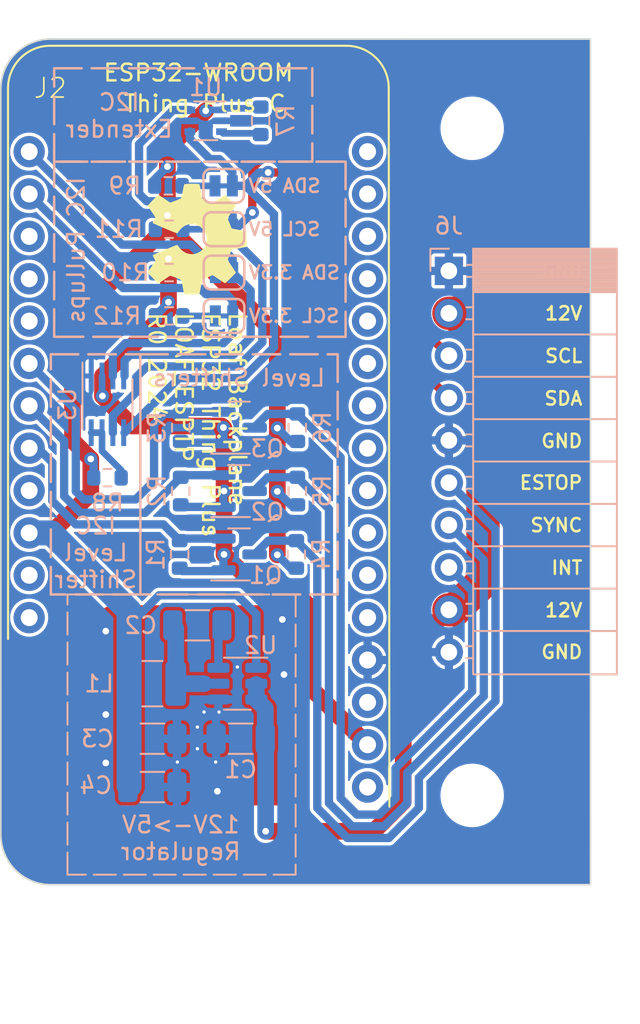
<source format=kicad_pcb>
(kicad_pcb (version 20221018) (generator pcbnew)
  (layers (0 "F.Cu" signal) (31 "B.Cu" signal) (34 "B.Paste" user) (35 "F.Paste" user) (36 "B.SilkS" user "B.Silkscreen") (37 "F.SilkS" user "F.Silkscreen") (38 "B.Mask" user) (39 "F.Mask" user) (44 "Edge.Cuts" user))
  (net 0 "")
  (net 1 "GND")
  (net 2 "+12V")
  (net 3 "Net-(U2-SW)")
  (net 4 "Net-(U2-BST)")
  (net 5 "+5V")
  (net 6 "/SCL_5V")
  (net 7 "/SDA_5V")
  (net 8 "/E_STOP_5V")
  (net 9 "/INT_5V")
  (net 10 "/SYNC_5V")
  (net 11 "/SDA_3.3V")
  (net 12 "/SCL_3.3V")
  (net 13 "/04_3.3V")
  (net 14 "/06_3.3V")
  (net 15 "/08_3.3V")
  (net 16 "/SYNC_3.3V")
  (net 17 "/INT_3.3V")
  (net 18 "/E_STOP_3.3V")
  (net 19 "/LED_3.3V")
  (net 20 "/TX_3.3V")
  (net 21 "/RX_3.3V")
  (net 22 "/POCI_3.3V")
  (net 23 "/PICO_3.3V")
  (net 24 "/SCK_3.3V")
  (net 25 "/A5_3.3V")
  (net 26 "/A4_3.3V")
  (net 27 "/A3_3.3V")
  (net 28 "/A2_3.3V")
  (net 29 "/A1_3.3V")
  (net 30 "/A0_3.3V")
  (net 31 "+3.3V")
  (net 32 "Net-(JP1-A)")
  (net 33 "Net-(JP2-A)")
  (net 34 "Net-(JP3-A)")
  (net 35 "Net-(JP4-A)")
  (net 36 "Net-(U3-EN)")
  (net 37 "Net-(U1-ENABLE)")
  (footprint "Symbol:OSHW-Symbol_6.7x6mm_SilkScreen" (layer "F.Cu") (at 64.772845 84.984525 -90)
    (fp_text reference "Logo1" hide)
    (fp_text value "Logo_Open_Hardware_Small" hide)
  )
  (footprint "SparkFun-RF:ESP_THING_PLUS" (layer "F.Cu") (at 53.43 131.82)
    (fp_text reference "J2" (at 2.54 -55.88) (layer "F.SilkS") (effects (font (size 1.1684 1.1684) (thickness 0.1016))))
    (fp_text value "THING_PLUS_LOGICAL")
    (fp_text user "ESP32-WROOM" (at 11.43 -56.8 unlocked) (layer "F.SilkS"))
    (fp_text user " Thing Plus C" (at 11.43 -54.95 unlocked) (layer "F.SilkS"))
    (pad "1" thru_hole circle (at 1.27 -52.07) (size 1.8796 1.8796) (drill 1.016) (layers "*.Cu" "*.Mask") (net 11 "/SDA_3.3V"))
    (pad "2" thru_hole circle (at 1.27 -49.53) (size 1.8796 1.8796) (drill 1.016) (layers "*.Cu" "*.Mask") (net 12 "/SCL_3.3V"))
    (pad "3" thru_hole circle (at 1.27 -46.99) (size 1.8796 1.8796) (drill 1.016) (layers "*.Cu" "*.Mask") (net 13 "/04_3.3V"))
    (pad "4" thru_hole circle (at 1.27 -44.45) (size 1.8796 1.8796) (drill 1.016) (layers "*.Cu" "*.Mask") (net 14 "/06_3.3V"))
    (pad "5" thru_hole circle (at 1.27 -41.91) (size 1.8796 1.8796) (drill 1.016) (layers "*.Cu" "*.Mask") (net 15 "/08_3.3V"))
    (pad "6" thru_hole circle (at 1.27 -39.37) (size 1.8796 1.8796) (drill 1.016) (layers "*.Cu" "*.Mask") (net 16 "/SYNC_3.3V"))
    (pad "7" thru_hole circle (at 1.27 -36.83) (size 1.8796 1.8796) (drill 1.016) (layers "*.Cu" "*.Mask") (net 17 "/INT_3.3V"))
    (pad "8" thru_hole circle (at 1.27 -34.29) (size 1.8796 1.8796) (drill 1.016) (layers "*.Cu" "*.Mask") (net 18 "/E_STOP_3.3V"))
    (pad "9" thru_hole circle (at 1.27 -31.75) (size 1.8796 1.8796) (drill 1.016) (layers "*.Cu" "*.Mask") (net 19 "/LED_3.3V"))
    (pad "10" thru_hole circle (at 1.27 -29.21) (size 1.8796 1.8796) (drill 1.016) (layers "*.Cu" "*.Mask") (net 5 "+5V"))
    (pad "11" thru_hole circle (at 1.27 -26.67) (size 1.8796 1.8796) (drill 1.016) (layers "*.Cu" "*.Mask"))
    (pad "12" thru_hole circle (at 1.27 -24.13) (size 1.8796 1.8796) (drill 1.016) (layers "*.Cu" "*.Mask"))
    (pad "13" thru_hole circle (at 21.59 -52.07) (size 1.8796 1.8796) (drill 1.016) (layers "*.Cu" "*.Mask"))
    (pad "14" thru_hole circle (at 21.59 -49.53) (size 1.8796 1.8796) (drill 1.016) (layers "*.Cu" "*.Mask") (net 20 "/TX_3.3V"))
    (pad "15" thru_hole circle (at 21.59 -46.99) (size 1.8796 1.8796) (drill 1.016) (layers "*.Cu" "*.Mask") (net 21 "/RX_3.3V"))
    (pad "16" thru_hole circle (at 21.59 -44.45) (size 1.8796 1.8796) (drill 1.016) (layers "*.Cu" "*.Mask") (net 22 "/POCI_3.3V"))
    (pad "17" thru_hole circle (at 21.59 -41.91) (size 1.8796 1.8796) (drill 1.016) (layers "*.Cu" "*.Mask") (net 23 "/PICO_3.3V"))
    (pad "18" thru_hole circle (at 21.59 -39.37) (size 1.8796 1.8796) (drill 1.016) (layers "*.Cu" "*.Mask") (net 24 "/SCK_3.3V"))
    (pad "19" thru_hole circle (at 21.59 -36.83) (size 1.8796 1.8796) (drill 1.016) (layers "*.Cu" "*.Mask") (net 25 "/A5_3.3V"))
    (pad "20" thru_hole circle (at 21.59 -34.29) (size 1.8796 1.8796) (drill 1.016) (layers "*.Cu" "*.Mask") (net 26 "/A4_3.3V"))
    (pad "21" thru_hole circle (at 21.59 -31.75) (size 1.8796 1.8796) (drill 1.016) (layers "*.Cu" "*.Mask") (net 27 "/A3_3.3V"))
    (pad "22" thru_hole circle (at 21.59 -29.21) (size 1.8796 1.8796) (drill 1.016) (layers "*.Cu" "*.Mask") (net 28 "/A2_3.3V"))
    (pad "23" thru_hole circle (at 21.59 -26.67) (size 1.8796 1.8796) (drill 1.016) (layers "*.Cu" "*.Mask") (net 29 "/A1_3.3V"))
    (pad "24" thru_hole circle (at 21.59 -24.13) (size 1.8796 1.8796) (drill 1.016) (layers "*.Cu" "*.Mask") (net 30 "/A0_3.3V"))
    (pad "25" thru_hole circle (at 21.59 -21.59) (size 1.8796 1.8796) (drill 1.016) (layers "*.Cu" "*.Mask") (net 1 "GND"))
    (pad "26" thru_hole circle (at 21.59 -19.05) (size 1.8796 1.8796) (drill 1.016) (layers "*.Cu" "*.Mask"))
    (pad "27" thru_hole circle (at 21.59 -16.51) (size 1.8796 1.8796) (drill 1.016) (layers "*.Cu" "*.Mask") (net 31 "+3.3V"))
    (pad "28" thru_hole circle (at 21.59 -13.97) (size 1.8796 1.8796) (drill 1.016) (layers "*.Cu" "*.Mask"))
  )
  (footprint "SparkFun-Hardware:STAND-OFF" (layer "F.Cu") (at 81.3 78.35)
    (fp_text reference "ST1")
    (fp_text value "Stand_off")
    (pad "" np_thru_hole circle (at 0 0) (size 3.302 3.302) (drill 3.302) (layers "F&B.Cu" "*.Mask"))
  )
  (footprint "SparkFun-Fuse:Thermal Pad" (layer "F.Cu") (at 64.76675 112.95)
    (fp_text reference "HS1" hide)
    (fp_text value "Heatsink_Pad")
    (pad "1" smd roundrect (at 0 0) (size 12 12) (layers "F.Cu" "F.Paste" "F.Mask") (roundrect_rratio 0.08333333333) (net 1 "GND"))
  )
  (footprint "SparkFun-Hardware:STAND-OFF" (layer "F.Cu") (at 81.3 118.35)
    (fp_text reference "ST2")
    (fp_text value "Stand_off")
    (pad "" np_thru_hole circle (at 0 0) (size 3.302 3.302) (drill 3.302) (layers "F&B.Cu" "*.Mask"))
  )
  (footprint "Connector_PinSocket_2.54mm:PinSocket_1x10_P2.54mm_Horizontal" (layer "B.Cu") (at 79.9 86.9 180)
    (fp_text reference "J6" (at 0 2.7) (layer "B.SilkS") (effects (justify mirror)))
    (fp_text value "PPPC101LGBN-RC")
    (pad "1" thru_hole rect (at 0 0 180) (size 1.7 1.7) (drill 1) (layers "*.Cu" "*.Mask") (net 1 "GND"))
    (pad "2" thru_hole oval (at 0 -2.54 180) (size 1.7 1.7) (drill 1) (layers "*.Cu" "*.Mask") (net 2 "+12V"))
    (pad "3" thru_hole oval (at 0 -5.08 180) (size 1.7 1.7) (drill 1) (layers "*.Cu" "*.Mask") (net 6 "/SCL_5V"))
    (pad "4" thru_hole oval (at 0 -7.62 180) (size 1.7 1.7) (drill 1) (layers "*.Cu" "*.Mask") (net 7 "/SDA_5V"))
    (pad "5" thru_hole oval (at 0 -10.16 180) (size 1.7 1.7) (drill 1) (layers "*.Cu" "*.Mask") (net 1 "GND"))
    (pad "6" thru_hole oval (at 0 -12.7 180) (size 1.7 1.7) (drill 1) (layers "*.Cu" "*.Mask") (net 8 "/E_STOP_5V"))
    (pad "7" thru_hole oval (at 0 -15.24 180) (size 1.7 1.7) (drill 1) (layers "*.Cu" "*.Mask") (net 9 "/INT_5V"))
    (pad "8" thru_hole oval (at 0 -17.78 180) (size 1.7 1.7) (drill 1) (layers "*.Cu" "*.Mask") (net 10 "/SYNC_5V"))
    (pad "9" thru_hole oval (at 0 -20.32 180) (size 1.7 1.7) (drill 1) (layers "*.Cu" "*.Mask") (net 2 "+12V"))
    (pad "10" thru_hole oval (at 0 -22.86 180) (size 1.7 1.7) (drill 1) (layers "*.Cu" "*.Mask") (net 1 "GND"))
  )
  (footprint "SparkFun-Jumper:SMT-JUMPER_2_NC_TRACE_SILK" (layer "B.Cu") (at 66.4 87)
    (fp_text reference "JP3")
    (fp_text value "~")
    (fp_poly (pts (xy -0.25 0.15) (xy 0.25 0.15) (xy 0.25 -0.15) (xy -0.25 -0.15)) (fill solid) (layer "B.Cu"))
    (pad "1" smd rect (at -0.5207 0) (size 0.6604 1.27) (layers "B.Cu" "B.Mask") (net 34 "Net-(JP3-A)"))
    (pad "2" smd rect (at 0.5207 0) (size 0.6604 1.27) (layers "B.Cu" "B.Mask") (net 11 "/SDA_3.3V"))
  )
  (footprint "Resistor_SMD:R_0603_1608Metric" (layer "B.Cu") (at 70.8 100.1 -90)
    (fp_text reference "R5" (at 0 -1.5 90) (layer "B.SilkS") (effects (justify mirror)))
    (fp_text value "10k")
    (pad "1" smd roundrect (at -0.825 0 270) (size 0.8 0.95) (layers "B.Cu" "B.Paste" "B.Mask") (net 9 "/INT_5V"))
    (pad "2" smd roundrect (at 0.825 0 270) (size 0.8 0.95) (layers "B.Cu" "B.Paste" "B.Mask") (net 5 "+5V"))
  )
  (footprint "SparkFun-Jumper:SMT-JUMPER_2_NC_TRACE_SILK" (layer "B.Cu") (at 66.4 84.4)
    (fp_text reference "JP2")
    (fp_text value "~")
    (fp_poly (pts (xy -0.25 0.15) (xy 0.25 0.15) (xy 0.25 -0.15) (xy -0.25 -0.15)) (fill solid) (layer "B.Cu"))
    (pad "1" smd rect (at -0.5207 0) (size 0.6604 1.27) (layers "B.Cu" "B.Mask") (net 33 "Net-(JP2-A)"))
    (pad "2" smd rect (at 0.5207 0) (size 0.6604 1.27) (layers "B.Cu" "B.Mask") (net 6 "/SCL_5V"))
  )
  (footprint "SparkFun-Jumper:SMT-JUMPER_2_NC_TRACE_SILK" (layer "B.Cu") (at 66.3793 81.8)
    (fp_text reference "JP1")
    (fp_text value "~")
    (fp_poly (pts (xy -0.25 0.15) (xy 0.25 0.15) (xy 0.25 -0.15) (xy -0.25 -0.15)) (fill solid) (layer "B.Cu"))
    (pad "1" smd rect (at -0.5207 0) (size 0.6604 1.27) (layers "B.Cu" "B.Mask") (net 32 "Net-(JP1-A)"))
    (pad "2" smd rect (at 0.5207 0) (size 0.6604 1.27) (layers "B.Cu" "B.Mask") (net 7 "/SDA_5V"))
  )
  (footprint "Resistor_SMD:R_0603_1608Metric" (layer "B.Cu") (at 70.8 96.3 -90)
    (fp_text reference "R6" (at 0 -1.5 90) (layer "B.SilkS") (effects (justify mirror)))
    (fp_text value "10k")
    (pad "1" smd roundrect (at -0.825 0 270) (size 0.8 0.95) (layers "B.Cu" "B.Paste" "B.Mask") (net 10 "/SYNC_5V"))
    (pad "2" smd roundrect (at 0.825 0 270) (size 0.8 0.95) (layers "B.Cu" "B.Paste" "B.Mask") (net 5 "+5V"))
  )
  (footprint "Package_TO_SOT_SMD:SOT-23" (layer "B.Cu") (at 67.3 100.1)
    (fp_text reference "Q2" (at 1.7 1.25) (layer "B.SilkS") (effects (justify mirror)))
    (fp_text value "BSS138")
    (pad "1" smd roundrect (at -0.9375 0.95) (size 1.475 0.6) (layers "B.Cu" "B.Paste" "B.Mask") (net 31 "+3.3V"))
    (pad "2" smd roundrect (at -0.9375 -0.95) (size 1.475 0.6) (layers "B.Cu" "B.Paste" "B.Mask") (net 17 "/INT_3.3V"))
    (pad "3" smd roundrect (at 0.9375 0) (size 1.475 0.6) (layers "B.Cu" "B.Paste" "B.Mask") (net 9 "/INT_5V"))
  )
  (footprint "Resistor_SMD:R_0603_1608Metric" (layer "B.Cu") (at 63.1 89.6)
    (fp_text reference "R12" (at -3.125 0) (layer "B.SilkS") (effects (justify mirror)))
    (fp_text value "2.2k")
    (pad "1" smd roundrect (at -0.825 0) (size 0.8 0.95) (layers "B.Cu" "B.Paste" "B.Mask") (net 31 "+3.3V"))
    (pad "2" smd roundrect (at 0.825 0) (size 0.8 0.95) (layers "B.Cu" "B.Paste" "B.Mask") (net 35 "Net-(JP4-A)"))
  )
  (footprint "Package_TO_SOT_SMD:SOT-23" (layer "B.Cu") (at 67.3 96.3)
    (fp_text reference "Q3" (at 1.7 1.25) (layer "B.SilkS") (effects (justify mirror)))
    (fp_text value "BSS138")
    (pad "1" smd roundrect (at -0.9375 0.95) (size 1.475 0.6) (layers "B.Cu" "B.Paste" "B.Mask") (net 31 "+3.3V"))
    (pad "2" smd roundrect (at -0.9375 -0.95) (size 1.475 0.6) (layers "B.Cu" "B.Paste" "B.Mask") (net 16 "/SYNC_3.3V"))
    (pad "3" smd roundrect (at 0.9375 0) (size 1.475 0.6) (layers "B.Cu" "B.Paste" "B.Mask") (net 10 "/SYNC_5V"))
  )
  (footprint "Resistor_SMD:R_0603_1608Metric" (layer "B.Cu") (at 63.8 100.1 -90)
    (fp_text reference "R2" (at 0 1.43 90) (layer "B.SilkS") (effects (justify mirror)))
    (fp_text value "10k")
    (pad "1" smd roundrect (at -0.825 0 270) (size 0.8 0.95) (layers "B.Cu" "B.Paste" "B.Mask") (net 17 "/INT_3.3V"))
    (pad "2" smd roundrect (at 0.825 0 270) (size 0.8 0.95) (layers "B.Cu" "B.Paste" "B.Mask") (net 31 "+3.3V"))
  )
  (footprint "Resistor_SMD:R_0603_1608Metric" (layer "B.Cu") (at 63.1 84.4)
    (fp_text reference "R11" (at -3.0207 0) (layer "B.SilkS") (effects (justify mirror)))
    (fp_text value "4.7k")
    (pad "1" smd roundrect (at -0.825 0) (size 0.8 0.95) (layers "B.Cu" "B.Paste" "B.Mask") (net 5 "+5V"))
    (pad "2" smd roundrect (at 0.825 0) (size 0.8 0.95) (layers "B.Cu" "B.Paste" "B.Mask") (net 33 "Net-(JP2-A)"))
  )
  (footprint "Resistor_SMD:R_0603_1608Metric" (layer "B.Cu") (at 70.7375 103.9 -90)
    (fp_text reference "R4" (at 0 -1.5 90) (layer "B.SilkS") (effects (justify mirror)))
    (fp_text value "10k")
    (pad "1" smd roundrect (at -0.825 0 270) (size 0.8 0.95) (layers "B.Cu" "B.Paste" "B.Mask") (net 8 "/E_STOP_5V"))
    (pad "2" smd roundrect (at 0.825 0 270) (size 0.8 0.95) (layers "B.Cu" "B.Paste" "B.Mask") (net 5 "+5V"))
  )
  (footprint "Resistor_SMD:R_0603_1608Metric" (layer "B.Cu") (at 63.0586 81.8)
    (fp_text reference "R9" (at -2.6207 0) (layer "B.SilkS") (effects (justify mirror)))
    (fp_text value "4.7k")
    (pad "1" smd roundrect (at -0.825 0) (size 0.8 0.95) (layers "B.Cu" "B.Paste" "B.Mask") (net 5 "+5V"))
    (pad "2" smd roundrect (at 0.825 0) (size 0.8 0.95) (layers "B.Cu" "B.Paste" "B.Mask") (net 32 "Net-(JP1-A)"))
  )
  (footprint "Capacitor_SMD:C_1206_3216Metric" (layer "B.Cu") (at 64.8 108.15)
    (fp_text reference "C2" (at -3.4 0) (layer "B.SilkS") (effects (justify mirror)))
    (fp_text value "100nF")
    (pad "1" smd roundrect (at -1.475 0) (size 1.15 1.8) (layers "B.Cu" "B.Paste" "B.Mask") (roundrect_rratio 0.217391) (net 3 "Net-(U2-SW)"))
    (pad "2" smd roundrect (at 1.475 0) (size 1.15 1.8) (layers "B.Cu" "B.Paste" "B.Mask") (roundrect_rratio 0.217391) (net 4 "Net-(U2-BST)"))
  )
  (footprint "Resistor_SMD:R_0603_1608Metric" (layer "B.Cu") (at 63.8 96.3 -90)
    (fp_text reference "R3" (at 0 1.43 90) (layer "B.SilkS") (effects (justify mirror)))
    (fp_text value "10k")
    (pad "1" smd roundrect (at -0.825 0 270) (size 0.8 0.95) (layers "B.Cu" "B.Paste" "B.Mask") (net 16 "/SYNC_3.3V"))
    (pad "2" smd roundrect (at 0.825 0 270) (size 0.8 0.95) (layers "B.Cu" "B.Paste" "B.Mask") (net 31 "+3.3V"))
  )
  (footprint "Capacitor_SMD:C_1206_3216Metric" (layer "B.Cu") (at 62.1 114.95 180)
    (fp_text reference "C3" (at 3.3 0) (layer "B.SilkS") (effects (justify mirror)))
    (fp_text value "22uF")
    (pad "1" smd roundrect (at -1.475 0 180) (size 1.15 1.8) (layers "B.Cu" "B.Paste" "B.Mask") (roundrect_rratio 0.217391) (net 1 "GND"))
    (pad "2" smd roundrect (at 1.475 0 180) (size 1.15 1.8) (layers "B.Cu" "B.Paste" "B.Mask") (roundrect_rratio 0.217391) (net 5 "+5V"))
  )
  (footprint "Capacitor_SMD:C_1206_3216Metric" (layer "B.Cu") (at 67.4 114.95)
    (fp_text reference "C1" (at 0 1.85) (layer "B.SilkS") (effects (justify mirror)))
    (fp_text value "22uF")
    (pad "1" smd roundrect (at -1.475 0) (size 1.15 1.8) (layers "B.Cu" "B.Paste" "B.Mask") (roundrect_rratio 0.217391) (net 1 "GND"))
    (pad "2" smd roundrect (at 1.475 0) (size 1.15 1.8) (layers "B.Cu" "B.Paste" "B.Mask") (roundrect_rratio 0.217391) (net 2 "+12V"))
  )
  (footprint "Resistor_SMD:R_0603_1608Metric" (layer "B.Cu") (at 63.7375 103.9 -90)
    (fp_text reference "R1" (at 0 1.43 90) (layer "B.SilkS") (effects (justify mirror)))
    (fp_text value "10k")
    (pad "1" smd roundrect (at -0.825 0 270) (size 0.8 0.95) (layers "B.Cu" "B.Paste" "B.Mask") (net 18 "/E_STOP_3.3V"))
    (pad "2" smd roundrect (at 0.825 0 270) (size 0.8 0.95) (layers "B.Cu" "B.Paste" "B.Mask") (net 31 "+3.3V"))
  )
  (footprint "Capacitor_SMD:C_1206_3216Metric" (layer "B.Cu") (at 62.1 117.85 180)
    (fp_text reference "C4" (at 3.4 0.1) (layer "B.SilkS") (effects (justify mirror)))
    (fp_text value "22uF")
    (pad "1" smd roundrect (at -1.475 0 180) (size 1.15 1.8) (layers "B.Cu" "B.Paste" "B.Mask") (roundrect_rratio 0.217391) (net 1 "GND"))
    (pad "2" smd roundrect (at 1.475 0 180) (size 1.15 1.8) (layers "B.Cu" "B.Paste" "B.Mask") (roundrect_rratio 0.217391) (net 5 "+5V"))
  )
  (footprint "Package_TO_SOT_SMD:TSOT-23-6" (layer "B.Cu") (at 67.2 111.65 180)
    (fp_text reference "U2" (at -1.4 2.3) (layer "B.SilkS") (effects (justify mirror)))
    (fp_text value "AP63205WU-7")
    (pad "1" smd roundrect (at -1.1375 0.95 180) (size 1.325 0.6) (layers "B.Cu" "B.Paste" "B.Mask") (net 5 "+5V"))
    (pad "2" smd roundrect (at -1.1375 0 180) (size 1.325 0.6) (layers "B.Cu" "B.Paste" "B.Mask") (net 2 "+12V"))
    (pad "3" smd roundrect (at -1.1375 -0.95 180) (size 1.325 0.6) (layers "B.Cu" "B.Paste" "B.Mask") (net 2 "+12V"))
    (pad "4" smd roundrect (at 1.1375 -0.95 180) (size 1.325 0.6) (layers "B.Cu" "B.Paste" "B.Mask") (net 1 "GND"))
    (pad "5" smd roundrect (at 1.1375 0 180) (size 1.325 0.6) (layers "B.Cu" "B.Paste" "B.Mask") (net 3 "Net-(U2-SW)"))
    (pad "6" smd roundrect (at 1.1375 0.95 180) (size 1.325 0.6) (layers "B.Cu" "B.Paste" "B.Mask") (net 4 "Net-(U2-BST)"))
  )
  (footprint "Package_TO_SOT_SMD:SOT-363_SC-70-6" (layer "B.Cu") (at 65.3 77.9 180)
    (fp_text reference "U1" (at 0 2) (layer "B.SilkS") (effects (justify mirror)))
    (fp_text value "LTC4311ISC6-TRMPBF")
    (pad "1" smd rect (at -0.95 0.65 180) (size 0.65 0.4) (layers "B.Cu" "B.Paste" "B.Mask") (net 5 "+5V"))
    (pad "2" smd rect (at -0.95 0 180) (size 0.65 0.4) (layers "B.Cu" "B.Paste" "B.Mask") (net 1 "GND"))
    (pad "3" smd rect (at -0.95 -0.65 180) (size 0.65 0.4) (layers "B.Cu" "B.Paste" "B.Mask") (net 37 "Net-(U1-ENABLE)"))
    (pad "4" smd rect (at 0.95 -0.65 180) (size 0.65 0.4) (layers "B.Cu" "B.Paste" "B.Mask") (net 7 "/SDA_5V"))
    (pad "5" smd rect (at 0.95 0 180) (size 0.65 0.4) (layers "B.Cu" "B.Paste" "B.Mask") (net 1 "GND"))
    (pad "6" smd rect (at 0.95 0.65 180) (size 0.65 0.4) (layers "B.Cu" "B.Paste" "B.Mask") (net 6 "/SCL_5V"))
  )
  (footprint "Package_SO:SSOP-8_2.95x2.8mm_P0.65mm" (layer "B.Cu") (at 59.4 94.9 -90)
    (fp_text reference "U3" (at 0 2.4 90) (layer "B.SilkS") (effects (justify mirror)))
    (fp_text value "PCA9306")
    (pad "1" smd rect (at -1.7 0.975) (size 0.3 1.6) (layers "B.Cu" "B.Paste" "B.Mask") (net 1 "GND"))
    (pad "2" smd rect (at -1.7 0.325) (size 0.3 1.6) (layers "B.Cu" "B.Paste" "B.Mask") (net 31 "+3.3V"))
    (pad "3" smd rect (at -1.7 -0.325) (size 0.3 1.6) (layers "B.Cu" "B.Paste" "B.Mask") (net 12 "/SCL_3.3V"))
    (pad "4" smd rect (at -1.7 -0.975) (size 0.3 1.6) (layers "B.Cu" "B.Paste" "B.Mask") (net 11 "/SDA_3.3V"))
    (pad "5" smd rect (at 1.7 -0.975) (size 0.3 1.6) (layers "B.Cu" "B.Paste" "B.Mask") (net 7 "/SDA_5V"))
    (pad "6" smd rect (at 1.7 -0.325) (size 0.3 1.6) (layers "B.Cu" "B.Paste" "B.Mask") (net 6 "/SCL_5V"))
    (pad "7" smd rect (at 1.7 0.325) (size 0.3 1.6) (layers "B.Cu" "B.Paste" "B.Mask") (net 36 "Net-(U3-EN)"))
    (pad "8" smd rect (at 1.7 0.975) (size 0.3 1.6) (layers "B.Cu" "B.Paste" "B.Mask") (net 36 "Net-(U3-EN)"))
  )
  (footprint "SparkFun-Jumper:SMT-JUMPER_2_NC_TRACE_SILK" (layer "B.Cu") (at 66.4 89.6)
    (fp_text reference "JP4")
    (fp_text value "~")
    (fp_poly (pts (xy -0.25 0.15) (xy 0.25 0.15) (xy 0.25 -0.15) (xy -0.25 -0.15)) (fill solid) (layer "B.Cu"))
    (pad "1" smd rect (at -0.5207 0) (size 0.6604 1.27) (layers "B.Cu" "B.Mask") (net 35 "Net-(JP4-A)"))
    (pad "2" smd rect (at 0.5207 0) (size 0.6604 1.27) (layers "B.Cu" "B.Mask") (net 12 "/SCL_3.3V"))
  )
  (footprint "Resistor_SMD:R_0603_1608Metric" (layer "B.Cu") (at 68.6 77.9 -90)
    (fp_text reference "R7" (at 0 -1.5 90) (layer "B.SilkS") (effects (justify mirror)))
    (fp_text value "10k")
    (pad "1" smd roundrect (at -0.825 0 270) (size 0.8 0.95) (layers "B.Cu" "B.Paste" "B.Mask") (net 5 "+5V"))
    (pad "2" smd roundrect (at 0.825 0 270) (size 0.8 0.95) (layers "B.Cu" "B.Paste" "B.Mask") (net 37 "Net-(U1-ENABLE)"))
  )
  (footprint "Resistor_SMD:R_0603_1608Metric" (layer "B.Cu") (at 63.1 87)
    (fp_text reference "R10" (at -2.625 0) (layer "B.SilkS") (effects (justify mirror)))
    (fp_text value "2.2k")
    (pad "1" smd roundrect (at -0.825 0) (size 0.8 0.95) (layers "B.Cu" "B.Paste" "B.Mask") (net 31 "+3.3V"))
    (pad "2" smd roundrect (at 0.825 0) (size 0.8 0.95) (layers "B.Cu" "B.Paste" "B.Mask") (net 34 "Net-(JP3-A)"))
  )
  (footprint "Resistor_SMD:R_0603_1608Metric" (layer "B.Cu") (at 59.4 99.3 180)
    (fp_text reference "R8" (at 0 -1.5) (layer "B.SilkS") (effects (justify mirror)))
    (fp_text value "200k")
    (pad "1" smd roundrect (at -0.825 0 180) (size 0.8 0.95) (layers "B.Cu" "B.Paste" "B.Mask") (net 36 "Net-(U3-EN)"))
    (pad "2" smd roundrect (at 0.825 0 180) (size 0.8 0.95) (layers "B.Cu" "B.Paste" "B.Mask") (net 5 "+5V"))
  )
  (footprint "Inductor_SMD:L_1210_3225Metric" (layer "B.Cu") (at 62.1 111.65 180)
    (fp_text reference "L1" (at 3.2 0) (layer "B.SilkS") (effects (justify mirror)))
    (fp_text value "4.7uH")
    (pad "1" smd roundrect (at -1.4 0 180) (size 1.25 2.65) (layers "B.Cu" "B.Paste" "B.Mask") (roundrect_rratio 0.2) (net 3 "Net-(U2-SW)"))
    (pad "2" smd roundrect (at 1.4 0 180) (size 1.25 2.65) (layers "B.Cu" "B.Paste" "B.Mask") (roundrect_rratio 0.2) (net 5 "+5V"))
  )
  (footprint "Package_TO_SOT_SMD:SOT-23" (layer "B.Cu") (at 67.3 103.9)
    (fp_text reference "Q1" (at 1.6 1.25) (layer "B.SilkS") (effects (justify mirror)))
    (fp_text value "BSS138")
    (pad "1" smd roundrect (at -0.9375 0.95) (size 1.475 0.6) (layers "B.Cu" "B.Paste" "B.Mask") (net 31 "+3.3V"))
    (pad "2" smd roundrect (at -0.9375 -0.95) (size 1.475 0.6) (layers "B.Cu" "B.Paste" "B.Mask") (net 18 "/E_STOP_3.3V"))
    (pad "3" smd roundrect (at 0.9375 0) (size 1.475 0.6) (layers "B.Cu" "B.Paste" "B.Mask") (net 8 "/E_STOP_5V"))
  )
  (gr_rect (start 56.2 80.35) (end 73.7 90.85) (stroke (width 0.15) (type dash)) (fill none) (layer "B.SilkS"))
  (gr_rect (start 61.375 91.9) (end 73.225 106.3) (stroke (width 0.15) (type dash)) (fill none) (layer "B.SilkS"))
  (gr_rect (start 56 91.9) (end 61.375 106.3) (stroke (width 0.15) (type dash)) (fill none) (layer "B.SilkS"))
  (gr_rect (start 56.2 74.75) (end 71.7 80.35) (stroke (width 0.15) (type dash)) (fill none) (layer "B.SilkS"))
  (gr_rect (start 70.7 106.3) (end 57 123.1) (stroke (width 0.12) (type dash)) (fill none) (layer "B.SilkS"))
  (gr_line (start 56 123.7) (end 88.40187 123.7) (stroke (width 0.1)) (layer "Edge.Cuts"))
  (gr_line (start 88.4 73) (end 88.40187 123.7) (stroke (width 0.1)) (layer "Edge.Cuts"))
  (gr_line (start 52.99813 76) (end 53 120.7) (stroke (width 0.1)) (layer "Edge.Cuts"))
  (gr_arc (start 52.99813 76) (mid 53.876598 73.878117) (end 55.997852 72.998131) (stroke (width 0.1)) (layer "Edge.Cuts"))
  (gr_line (start 88.4 73) (end 55.997852 72.998131) (stroke (width 0.1)) (layer "Edge.Cuts"))
  (gr_arc (start 56 123.7) (mid 53.87868 122.82132) (end 53 120.7) (stroke (width 0.1)) (layer "Edge.Cuts"))
  (gr_text "SDA 5V" (at 67.7793 81.8) (layer "B.SilkS") (effects (font (size 0.8 0.8) (thickness 0.15) bold) (justify right mirror)))
  (gr_text "I2C\nLevel\nShifter" (at 58.7 101.6) (layer "B.SilkS") (effects (font (size 1 1)) (justify top mirror)))
  (gr_text "12V->5V\nRegulator" (at 63.8 122.3) (layer "B.SilkS") (effects (font (size 1 1)) (justify bottom mirror)))
  (gr_text "SDA 3.3V" (at 67.8 87) (layer "B.SilkS") (effects (font (size 0.8 0.8) (thickness 0.15) bold) (justify right mirror)))
  (gr_text "SCL 3.3V" (at 67.8 89.6) (layer "B.SilkS") (effects (font (size 0.8 0.8) (thickness 0.15) bold) (justify right mirror)))
  (gr_text "I2C Pullups" (at 58.1 85.65 90) (layer "B.SilkS") (effects (font (size 1 1)) (justify bottom mirror)))
  (gr_text "I2C\nExtender" (at 60.1 76.2) (layer "B.SilkS") (effects (font (size 1 1)) (justify top mirror)))
  (gr_text "Level Shifters" (at 67.3 93.9) (layer "B.SilkS") (effects (font (size 1 1)) (justify bottom mirror)))
  (gr_text "SCL 5V" (at 67.8 84.4) (layer "B.SilkS") (effects (font (size 0.8 0.8) (thickness 0.15) bold) (justify right mirror)))
  (gr_text "ESTOP" (at 88 99.6) (layer "F.SilkS") (effects (font (size 0.8 0.8)) (justify right)))
  (gr_text "12V" (at 88 107.25) (layer "F.SilkS") (effects (font (size 0.8 0.8)) (justify right)))
  (gr_text "12V" (at 88 89.45) (layer "F.SilkS") (effects (font (size 0.8 0.8)) (justify right)))
  (gr_text "SYNC" (at 88 102.15) (layer "F.SilkS") (effects (font (size 0.8 0.8)) (justify right)))
  (gr_text "GND" (at 88 109.75) (layer "F.SilkS") (effects (font (size 0.8 0.8)) (justify right)))
  (gr_text "Loaf Backplane\nESP32 Thing Plus\nLOAF_ESPTP\nR0 2024" (at 64.78675 89.3 -90) (layer "F.SilkS") (effects (font (size 1 1)) (justify left)))
  (gr_text "GND" (at 88 97.1) (layer "F.SilkS") (effects (font (size 0.8 0.8)) (justify right)))
  (gr_text "SDA" (at 88 94.55) (layer "F.SilkS") (effects (font (size 0.8 0.8)) (justify right)))
  (gr_text "SCL" (at 88 92) (layer "F.SilkS") (effects (font (size 0.8 0.8)) (justify right)))
  (gr_text "GND" (at 88 86.9) (layer "F.SilkS") (effects (font (size 0.8 0.8)) (justify right)))
  (gr_text "INT" (at 88 104.7) (layer "F.SilkS") (effects (font (size 0.8 0.8)) (justify right)))
  (via (at 59.3 116.4) (size 0.8) (drill 0.4) (layers "F.Cu" "B.Cu") (net 1))
  (via (at 65.9 116.35) (size 0.5) (drill 0.2) (layers "F.Cu" "B.Cu") (net 1))
  (via (at 66.1 113.35) (size 0.5) (drill 0.2) (layers "F.Cu" "B.Cu") (net 1))
  (via (at 65.2 113.35) (size 0.5) (drill 0.2) (layers "F.Cu" "B.Cu") (net 1))
  (via (at 66 118.1) (size 0.8) (drill 0.4) (layers "F.Cu" "B.Cu") (net 1))
  (via (at 69.9 107.8) (size 0.8) (drill 0.4) (layers "F.Cu" "B.Cu") (net 1))
  (via (at 64.8 114.25) (size 0.5) (drill 0.2) (layers "F.Cu" "B.Cu") (net 1))
  (via (at 64.8 115.55) (size 0.5) (drill 0.2) (layers "F.Cu" "B.Cu") (net 1))
  (via (at 59.3 113.5) (size 0.8) (drill 0.4) (layers "F.Cu" "B.Cu") (net 1))
  (via (at 63.6 116.35) (size 0.5) (drill 0.2) (layers "F.Cu" "B.Cu") (net 1))
  (via (at 70 111.1) (size 0.8) (drill 0.4) (layers "F.Cu" "B.Cu") (net 1))
  (via (at 59.3 108.5) (size 0.8) (drill 0.4) (layers "F.Cu" "B.Cu") (net 1))
  (via (at 67.2 110.65) (size 0.5) (drill 0.2) (layers "F.Cu" "B.Cu") (net 1))
  (segment (start 79.9 107.22) (end 79.88 107.22) (width 1) (layer "F.Cu") (net 2))
  (segment (start 77.1598 109.9402) (end 77.1598 118.736335) (width 1) (layer "F.Cu") (net 2))
  (segment (start 77.1598 118.736335) (end 75.396135 120.5) (width 1) (layer "F.Cu") (net 2))
  (segment (start 80.259138 89.44) (end 81.95 91.130862) (width 2) (layer "F.Cu") (net 2))
  (segment (start 81.95 91.130862) (end 81.95 105.529138) (width 2) (layer "F.Cu") (net 2))
  (segment (start 79.88 107.22) (end 77.1598 109.9402) (width 1) (layer "F.Cu") (net 2))
  (segment (start 79.9 89.44) (end 80.259138 89.44) (width 2) (layer "F.Cu") (net 2))
  (segment (start 75.396135 120.5) (end 68.9 120.5) (width 1) (layer "F.Cu") (net 2))
  (segment (start 80.259138 107.22) (end 79.9 107.22) (width 2) (layer "F.Cu") (net 2))
  (segment (start 81.95 105.529138) (end 80.259138 107.22) (width 2) (layer "F.Cu") (net 2))
  (via (at 68.9 120.5) (size 0.8) (drill 0.4) (layers "F.Cu" "B.Cu") (net 2))
  (segment (start 68.875 114.95) (end 68.875 113.1375) (width 1) (layer "B.Cu") (net 2))
  (segment (start 68.9 114.975) (end 68.875 114.95) (width 1) (layer "B.Cu") (net 2))
  (segment (start 68.9 120.5) (end 68.9 114.975) (width 1) (layer "B.Cu") (net 2))
  (segment (start 68.875 113.1375) (end 68.3375 112.6) (width 1) (layer "B.Cu") (net 2))
  (segment (start 68.3375 112.6) (end 68.3375 111.7) (width 1) (layer "B.Cu") (net 2))
  (segment (start 63.5 108.325) (end 63.325 108.15) (width 1) (layer "B.Cu") (net 3))
  (segment (start 63.5 111.65) (end 65.2 111.65) (width 1) (layer "B.Cu") (net 3))
  (segment (start 63.5 111.65) (end 63.5 108.325) (width 1) (layer "B.Cu") (net 3))
  (segment (start 66.0625 108.3625) (end 66.275 108.15) (width 0.5) (layer "B.Cu") (net 4))
  (segment (start 66.0625 110.7) (end 66.0625 108.3625) (width 0.5) (layer "B.Cu") (net 4))
  (segment (start 63 84.2) (end 63 82.4) (width 1) (layer "F.Cu") (net 5))
  (segment (start 64.8 77.8) (end 65.3 77.3) (width 1) (layer "F.Cu") (net 5))
  (segment (start 57.3 97.075252) (end 57.3 89.9) (width 1) (layer "F.Cu") (net 5))
  (segment (start 63 79.6) (end 64.8 77.8) (width 1) (layer "F.Cu") (net 5))
  (segment (start 57.3 89.9) (end 63 84.2) (width 1) (layer "F.Cu") (net 5))
  (segment (start 69.6 100.1245) (end 69.6 103.9245) (width 1) (layer "F.Cu") (net 5))
  (segment (start 69.6 96.3245) (end 69.6 100.1245) (width 1) (layer "F.Cu") (net 5))
  (segment (start 58.4 100.239077) (end 56.029077 102.61) (width 1) (layer "F.Cu") (net 5))
  (segment (start 63 82.4) (end 63 79.6) (width 1) (layer "F.Cu") (net 5))
  (segment (start 69.6 90.7745) (end 63 84.1745) (width 1) (layer "F.Cu") (net 5))
  (segment (start 58.4 98.175252) (end 57.3 97.075252) (width 1) (layer "F.Cu") (net 5))
  (segment (start 58.4 98.175252) (end 58.4 100.239077) (width 1) (layer "F.Cu") (net 5))
  (segment (start 69.6 96.3245) (end 69.6 90.7745) (width 1) (layer "F.Cu") (net 5))
  (segment (start 56.029077 102.61) (end 54.7 102.61) (width 1) (layer "F.Cu") (net 5))
  (via (at 65.3 77.3) (size 0.8) (drill 0.4) (layers "F.Cu" "B.Cu") (net 5))
  (via (at 69.6 96.3245) (size 0.8) (drill 0.4) (layers "F.Cu" "B.Cu") (net 5))
  (via (at 63 83.5745) (size 0.8) (drill 0.4) (layers "F.Cu" "B.Cu") (net 5))
  (via (at 69.6 103.9245) (size 0.8) (drill 0.4) (layers "F.Cu" "B.Cu") (net 5))
  (via (at 62.999924 80.643585) (size 0.8) (drill 0.4) (layers "F.Cu" "B.Cu") (net 5))
  (via (at 69.6 100.1245) (size 0.8) (drill 0.4) (layers "F.Cu" "B.Cu") (net 5))
  (via (at 58.4 98.175252) (size 0.8) (drill 0.4) (layers "F.Cu" "B.Cu") (net 5))
  (segment (start 63 83.675) (end 62.275 84.4) (width 0.5) (layer "B.Cu") (net 5))
  (segment (start 67.19939 106.35) (end 62.5 106.35) (width 0.5) (layer "B.Cu") (net 5))
  (segment (start 54.7 102.61) (end 56.029077 102.61) (width 1.5) (layer "B.Cu") (net 5))
  (segment (start 68.3375 110.7) (end 68.3375 107.48811) (width 0.5) (layer "B.Cu") (net 5))
  (segment (start 62.2 84.325) (end 62.275 84.4) (width 0.5) (layer "B.Cu") (net 5))
  (segment (start 63 83.5745) (end 63 83.675) (width 0.5) (layer "B.Cu") (net 5))
  (segment (start 56.029077 102.61) (end 60.7 107.280923) (width 1.5) (layer "B.Cu") (net 5))
  (segment (start 60.7 111.65) (end 60.69939 111.65061) (width 1.5) (layer "B.Cu") (net 5))
  (segment (start 69.6 103.9245) (end 70.4005 104.725) (width 0.5) (layer "B.Cu") (net 5))
  (segment (start 66.25 77.25) (end 65.35 77.25) (width 0.4) (layer "B.Cu") (net 5))
  (segment (start 70.4005 97.125) (end 70.8 97.125) (width 0.5) (layer "B.Cu") (net 5))
  (segment (start 69.6 96.3245) (end 70.4005 97.125) (width 0.5) (layer "B.Cu") (net 5))
  (segment (start 70.4005 100.925) (end 70.8 100.925) (width 0.5) (layer "B.Cu") (net 5))
  (segment (start 66.35 77.15) (end 68.525 77.15) (width 0.4) (layer "B.Cu") (net 5))
  (segment (start 65.35 77.25) (end 65.3 77.3) (width 0.4) (layer "B.Cu") (net 5))
  (segment (start 70.4005 104.725) (end 70.7375 104.725) (width 0.5) (layer "B.Cu") (net 5))
  (segment (start 60.7 107.280923) (end 60.7 111.65) (width 1.5) (layer "B.Cu") (net 5))
  (segment (start 68.525 77.15) (end 68.6 77.075) (width 0.4) (layer "B.Cu") (net 5))
  (segment (start 58.4 98.175252) (end 58.575 98.350252) (width 0.5) (layer "B.Cu") (net 5))
  (segment (start 60.69939 111.65061) (end 60.69939 114.87561) (width 1.5) (layer "B.Cu") (net 5))
  (segment (start 62.5 106.35) (end 60.7 108.15) (width 0.5) (layer "B.Cu") (net 5))
  (segment (start 62.999924 80.643585) (end 62.2336 81.409909) (width 0.5) (layer "B.Cu") (net 5))
  (segment (start 60.7 108.15) (end 60.7 111.65) (width 0.5) (layer "B.Cu") (net 5))
  (segment (start 69.6 100.1245) (end 70.4005 100.925) (width 0.5) (layer "B.Cu") (net 5))
  (segment (start 68.3375 107.48811) (end 67.19939 106.35) (width 0.5) (layer "B.Cu") (net 5))
  (segment (start 60.69939 115.02439) (end 60.69939 117.77561) (width 1.5) (layer "B.Cu") (net 5))
  (segment (start 58.575 98.350252) (end 58.575 99.3) (width 0.5) (layer "B.Cu") (net 5))
  (segment (start 66.25 77.25) (end 66.35 77.15) (width 0.4) (layer "B.Cu") (net 5))
  (segment (start 62.2336 81.409909) (end 62.2336 81.8) (width 0.5) (layer "B.Cu") (net 5))
  (segment (start 72.110051 77.6) (end 76.2 77.6) (width 0.5) (layer "F.Cu") (net 6))
  (segment (start 76.2 77.6) (end 77.432262 78.832262) (width 0.5) (layer "F.Cu") (net 6))
  (segment (start 68.697418 80.15) (end 69.560051 80.15) (width 0.5) (layer "F.Cu") (net 6))
  (segment (start 69.560051 80.15) (end 72.110051 77.6) (width 0.5) (layer "F.Cu") (net 6))
  (segment (start 77.432262 78.832262) (end 77.432262 89.512262) (width 0.5) (layer "F.Cu") (net 6))
  (segment (start 77.432262 89.512262) (end 79.9 91.98) (width 0.5) (layer "F.Cu") (net 6))
  (segment (start 68.099312 83.400688) (end 68.099312 80.748106) (width 0.5) (layer "F.Cu") (net 6))
  (segment (start 68.099312 80.748106) (end 68.697418 80.15) (width 0.5) (layer "F.Cu") (net 6))
  (via (at 68.099312 83.400688) (size 0.8) (drill 0.4) (layers "F.Cu" "B.Cu") (net 6))
  (segment (start 66.9207 83.5762) (end 66.9207 84.4) (width 0.5) (layer "B.Cu") (net 6))
  (segment (start 61.125 94.175) (end 59.725 95.575) (width 0.5) (layer "B.Cu") (net 6))
  (segment (start 68.099312 83.400688) (end 67.1 84.4) (width 0.5) (layer "B.Cu") (net 6))
  (segment (start 59.725 95.575) (end 59.725 96.6) (width 0.5) (layer "B.Cu") (net 6))
  (segment (start 63.35 77.25) (end 61.3 79.3) (width 0.5) (layer "B.Cu") (net 6))
  (segment (start 65.5534 83.2) (end 66.5445 83.2) (width 0.5) (layer "B.Cu") (net 6))
  (segment (start 61.125 93.275) (end 61.125 94.175) (width 0.5) (layer "B.Cu") (net 6))
  (segment (start 61.75882 82.725) (end 65.0784 82.725) (width 0.5) (layer "B.Cu") (net 6))
  (segment (start 61.3 79.3) (end 61.3 82.26618) (width 0.5) (layer "B.Cu") (net 6))
  (segment (start 66.8793 84.9) (end 68.7 86.7207) (width 0.5) (layer "B.Cu") (net 6))
  (segment (start 68.7 91.1799) (end 67.249749 92.63015) (width 0.5) (layer "B.Cu") (net 6))
  (segment (start 67.249749 92.63015) (end 61.76985 92.63015) (width 0.5) (layer "B.Cu") (net 6))
  (segment (start 65.0784 82.725) (end 65.5534 83.2) (width 0.5) (layer "B.Cu") (net 6))
  (segment (start 66.5445 83.2) (end 66.9207 83.5762) (width 0.5) (layer "B.Cu") (net 6))
  (segment (start 61.3 82.26618) (end 61.75882 82.725) (width 0.5) (layer "B.Cu") (net 6))
  (segment (start 67.1 84.4) (end 66.9207 84.4) (width 0.5) (layer "B.Cu") (net 6))
  (segment (start 61.76985 92.63015) (end 61.125 93.275) (width 0.5) (layer "B.Cu") (net 6))
  (segment (start 68.7 86.7207) (end 68.7 91.1799) (width 0.5) (layer "B.Cu") (net 6))
  (segment (start 64.35 77.25) (end 63.35 77.25) (width 0.5) (layer "B.Cu") (net 6))
  (segment (start 69.7 81) (end 72.4 78.3) (width 0.5) (layer "F.Cu") (net 7))
  (segment (start 72.4 78.3) (end 75.91005 78.3) (width 0.5) (layer "F.Cu") (net 7))
  (segment (start 75.91005 78.3) (end 76.732262 79.122212) (width 0.5) (layer "F.Cu") (net 7))
  (segment (start 69.0495 81) (end 69.7 81) (width 0.5) (layer "F.Cu") (net 7))
  (segment (start 76.732262 91.352262) (end 79.9 94.52) (width 0.5) (layer "F.Cu") (net 7))
  (segment (start 76.732262 79.122212) (end 76.732262 91.352262) (width 0.5) (layer "F.Cu") (net 7))
  (via (at 69.0495 81) (size 0.8) (drill 0.4) (layers "F.Cu" "B.Cu") (net 7))
  (segment (start 67.7 81.8) (end 69.4 83.5) (width 0.5) (layer "B.Cu") (net 7))
  (segment (start 65.558421 80.2) (end 64.35 78.991579) (width 0.5) (layer "B.Cu") (net 7))
  (segment (start 64.35 78.991579) (end 64.35 78.55) (width 0.5) (layer "B.Cu") (net 7))
  (segment (start 69.4 83.5) (end 69.4 91.46985) (width 0.5) (layer "B.Cu") (net 7))
  (segment (start 69.0495 81) (end 68.5 81) (width 0.5) (layer "B.Cu") (net 7))
  (segment (start 67.539698 93.33015) (end 63.69485 93.33015) (width 0.5) (layer "B.Cu") (net 7))
  (segment (start 66.1238 80.2) (end 65.558421 80.2) (width 0.5) (layer "B.Cu") (net 7))
  (segment (start 63.69485 93.33015) (end 60.425 96.6) (width 0.5) (layer "B.Cu") (net 7))
  (segment (start 66.9 81.8) (end 67.9 81.8) (width 0.5) (layer "B.Cu") (net 7))
  (segment (start 68.5 81) (end 67.7 81.8) (width 0.5) (layer "B.Cu") (net 7))
  (segment (start 69.4 91.46985) (end 67.539698 93.33015) (width 0.5) (layer "B.Cu") (net 7))
  (segment (start 66.9 80.9762) (end 66.1238 80.2) (width 0.5) (layer "B.Cu") (net 7))
  (segment (start 66.9 81.8) (end 66.9 80.9762) (width 0.5) (layer "B.Cu") (net 7))
  (segment (start 66.9 81.8) (end 67.7 81.8) (width 0.5) (layer "B.Cu") (net 7))
  (segment (start 82.7 102.4) (end 82.7 112.68995) (width 0.5) (layer "B.Cu") (net 8))
  (segment (start 72 119.1) (end 72 104.3375) (width 0.5) (layer "B.Cu") (net 8))
  (segment (start 69.0625 103.075) (end 70.7375 103.075) (width 0.5) (layer "B.Cu") (net 8))
  (segment (start 78.1 119.1) (end 76.3 120.9) (width 0.5) (layer "B.Cu") (net 8))
  (segment (start 68.2375 103.9) (end 69.0625 103.075) (width 0.5) (layer "B.Cu") (net 8))
  (segment (start 82.7 112.68995) (end 78.1 117.28995) (width 0.5) (layer "B.Cu") (net 8))
  (segment (start 73.8 120.9) (end 72 119.1) (width 0.5) (layer "B.Cu") (net 8))
  (segment (start 78.1 117.28995) (end 78.1 119.1) (width 0.5) (layer "B.Cu") (net 8))
  (segment (start 72 104.3375) (end 70.7375 103.075) (width 0.5) (layer "B.Cu") (net 8))
  (segment (start 79.9 99.6) (end 82.7 102.4) (width 0.5) (layer "B.Cu") (net 8))
  (segment (start 76.3 120.9) (end 73.8 120.9) (width 0.5) (layer "B.Cu") (net 8))
  (segment (start 82 104.24) (end 82 112.4) (width 0.5) (layer "B.Cu") (net 9))
  (segment (start 72.7 118.81005) (end 72.7 101.175) (width 0.5) (layer "B.Cu") (net 9))
  (segment (start 69.025 99.275) (end 70.8 99.275) (width 0.5) (layer "B.Cu") (net 9))
  (segment (start 74.08995 120.2) (end 72.7 118.81005) (width 0.5) (layer "B.Cu") (net 9))
  (segment (start 77.4 117.000001) (end 77.4 118.81005) (width 0.5) (layer "B.Cu") (net 9))
  (segment (start 82 112.4) (end 77.4 117.000001) (width 0.5) (layer "B.Cu") (net 9))
  (segment (start 70.8 99.275) (end 70.8 99.215) (width 0.5) (layer "B.Cu") (net 9))
  (segment (start 68.2375 100.0625) (end 69.025 99.275) (width 0.5) (layer "B.Cu") (net 9))
  (segment (start 76.01005 120.2) (end 74.08995 120.2) (width 0.5) (layer "B.Cu") (net 9))
  (segment (start 72.7 101.175) (end 70.8 99.275) (width 0.5) (layer "B.Cu") (net 9))
  (segment (start 77.4 118.81005) (end 76.01005 120.2) (width 0.5) (layer "B.Cu") (net 9))
  (segment (start 68.2375 100.1) (end 68.2375 100.0625) (width 0.5) (layer "B.Cu") (net 9))
  (segment (start 79.9 102.14) (end 82 104.24) (width 0.5) (layer "B.Cu") (net 9))
  (segment (start 76.7 118.5201) (end 75.7201 119.5) (width 0.5) (layer "B.Cu") (net 10))
  (segment (start 81.3 106.08) (end 81.3 112.11005) (width 0.5) (layer "B.Cu") (net 10))
  (segment (start 76.7 116.710052) (end 76.7 118.5201) (width 0.5) (layer "B.Cu") (net 10))
  (segment (start 69.025 95.475) (end 70.8 95.475) (width 0.5) (layer "B.Cu") (net 10))
  (segment (start 73.4 118.5201) (end 73.4 98.075) (width 0.5) (layer "B.Cu") (net 10))
  (segment (start 73.4 98.075) (end 70.8 95.475) (width 0.5) (layer "B.Cu") (net 10))
  (segment (start 68.2375 96.2625) (end 69.025 95.475) (width 0.5) (layer "B.Cu") (net 10))
  (segment (start 68.2375 96.3) (end 68.2375 96.2625) (width 0.5) (layer "B.Cu") (net 10))
  (segment (start 74.3799 119.5) (end 73.4 118.5201) (width 0.5) (layer "B.Cu") (net 10))
  (segment (start 75.7201 119.5) (end 74.3799 119.5) (width 0.5) (layer "B.Cu") (net 10))
  (segment (start 81.3 112.11005) (end 76.7 116.710052) (width 0.5) (layer "B.Cu") (net 10))
  (segment (start 79.9 104.68) (end 81.3 106.08) (width 0.5) (layer "B.Cu") (net 10))
  (segment (start 66.9598 91.93015) (end 60.76985 91.93015) (width 0.5) (layer "B.Cu") (net 11))
  (segment (start 68 90.88995) (end 66.9598 91.93015) (width 0.5) (layer "B.Cu") (net 11))
  (segment (start 60.425 92.275) (end 60.425 93.2) (width 0.5) (layer "B.Cu") (net 11))
  (segment (start 66.9207 87) (end 66.9207 86.1762) (width 0.5) (layer "B.Cu") (net 11))
  (segment (start 68 88.0793) (end 68 90.88995) (width 0.5) (layer "B.Cu") (net 11))
  (segment (start 60.76985 91.93015) (end 60.425 92.275) (width 0.5) (layer "B.Cu") (net 11))
  (segment (start 64.3977 85.325) (end 60.275 85.325) (width 0.5) (layer "B.Cu") (net 11))
  (segment (start 60.275 85.325) (end 54.7 79.75) (width 0.5) (layer "B.Cu") (net 11))
  (segment (start 66.9207 86.1762) (end 66.6595 85.915) (width 0.5) (layer "B.Cu") (net 11))
  (segment (start 66.6595 85.915) (end 64.9877 85.915) (width 0.5) (layer "B.Cu") (net 11))
  (segment (start 64.9877 85.915) (end 64.3977 85.325) (width 0.5) (layer "B.Cu") (net 11))
  (segment (start 66.9207 87) (end 68 88.0793) (width 0.5) (layer "B.Cu") (net 11))
  (segment (start 66.9207 89.6) (end 66.9207 88.6762) (width 0.5) (layer "B.Cu") (net 12))
  (segment (start 64.9391 87.925) (end 60.735 87.925) (width 0.5) (layer "B.Cu") (net 12))
  (segment (start 59.725 93.2) (end 59.725 91.98505) (width 0.5) (layer "B.Cu") (net 12))
  (segment (start 66.36985 91.23015) (end 66.9207 90.6793) (width 0.5) (layer "B.Cu") (net 12))
  (segment (start 66.9207 90.6793) (end 66.9207 89.6) (width 0.5) (layer "B.Cu") (net 12))
  (segment (start 65.3141 88.3) (end 64.9391 87.925) (width 0.5) (layer "B.Cu") (net 12))
  (segment (start 60.479901 91.23015) (end 66.36985 91.23015) (width 0.5) (layer "B.Cu") (net 12))
  (segment (start 66.9207 88.6762) (end 66.5445 88.3) (width 0.5) (layer "B.Cu") (net 12))
  (segment (start 66.5445 88.3) (end 65.3141 88.3) (width 0.5) (layer "B.Cu") (net 12))
  (segment (start 60.735 87.925) (end 60.335 87.925) (width 0.5) (layer "B.Cu") (net 12))
  (segment (start 59.725 91.98505) (end 60.479901 91.23015) (width 0.5) (layer "B.Cu") (net 12))
  (segment (start 54.89 82.29) (end 54.7 82.29) (width 0.5) (layer "B.Cu") (net 12))
  (segment (start 60.335 87.925) (end 54.7 82.29) (width 0.5) (layer "B.Cu") (net 12))
  (segment (start 62.2 96.1) (end 62.2 99.5) (width 0.5) (layer "B.Cu") (net 16))
  (segment (start 57.5 95.25) (end 54.7 92.45) (width 0.5) (layer "B.Cu") (net 16))
  (segment (start 63.925 95.35) (end 63.8 95.475) (width 0.5) (layer "B.Cu") (net 16))
  (segment (start 57.5 100.1201) (end 57.5 95.25) (width 0.5) (layer "B.Cu") (net 16))
  (segment (start 62.2 99.5) (end 61.1 100.6) (width 0.5) (layer "B.Cu") (net 16))
  (segment (start 63.8 95.475) (end 62.825 95.475) (width 0.5) (layer "B.Cu") (net 16))
  (segment (start 66.3625 95.35) (end 63.925 95.35) (width 0.5) (layer "B.Cu") (net 16))
  (segment (start 61.1 100.6) (end 57.9799 100.6) (width 0.5) (layer "B.Cu") (net 16))
  (segment (start 62.825 95.475) (end 62.2 96.1) (width 0.5) (layer "B.Cu") (net 16))
  (segment (start 57.9799 100.6) (end 57.5 100.1201) (width 0.5) (layer "B.Cu") (net 16))
  (segment (start 54.7 94.99) (end 56.8 97.09) (width 0.5) (layer "B.Cu") (net 17))
  (segment (start 66.3625 99.15) (end 63.925 99.15) (width 0.5) (layer "B.Cu") (net 17))
  (segment (start 56.8 97.09) (end 56.8 100.41005) (width 0.5) (layer "B.Cu") (net 17))
  (segment (start 61.675 101.4) (end 63.8 99.275) (width 0.5) (layer "B.Cu") (net 17))
  (segment (start 57.78995 101.4) (end 61.675 101.4) (width 0.5) (layer "B.Cu") (net 17))
  (segment (start 63.925 99.15) (end 63.8 99.275) (width 0.5) (layer "B.Cu") (net 17))
  (segment (start 56.8 100.41005) (end 57.78995 101.4) (width 0.5) (layer "B.Cu") (net 17))
  (segment (start 56.0898 98.3898) (end 55.23 97.53) (width 0.5) (layer "B.Cu") (net 18))
  (segment (start 63.7375 103.075) (end 62.7625 102.1) (width 0.5) (layer "B.Cu") (net 18))
  (segment (start 63.8625 102.95) (end 63.7375 103.075) (width 0.5) (layer "B.Cu") (net 18))
  (segment (start 62.7625 102.1) (end 57.5 102.1) (width 0.5) (layer "B.Cu") (net 18))
  (segment (start 56.0898 100.6898) (end 56.0898 98.3898) (width 0.5) (layer "B.Cu") (net 18))
  (segment (start 66.3625 102.95) (end 63.8625 102.95) (width 0.5) (layer "B.Cu") (net 18))
  (segment (start 57.5 102.1) (end 56.0898 100.6898) (width 0.5) (layer "B.Cu") (net 18))
  (segment (start 55.23 97.53) (end 54.7 97.53) (width 0.5) (layer "B.Cu") (net 18))
  (segment (start 66.4 100.1) (end 66.4 103.9) (width 1) (layer "F.Cu") (net 31))
  (segment (start 66.3625 96.291921) (end 66.270579 96.2) (width 1) (layer "F.Cu") (net 31))
  (segment (start 66.3625 96.291921) (end 66.4 96.329421) (width 1) (layer "F.Cu") (net 31))
  (segment (start 60.9 96.2) (end 59.1 94.4) (width 1) (layer "F.Cu") (net 31))
  (segment (start 66.4 103.9) (end 68.4 105.9) (width 1) (layer "F.Cu") (net 31))
  (segment (start 66.270579 96.2) (end 60.9 96.2) (width 1) (layer "F.Cu") (net 31))
  (segment (start 59.1 93.2) (end 59.1 94.4) (width 1) (layer "F.Cu") (net 31))
  (segment (start 66.4 96.329421) (end 66.4 100.1) (width 1) (layer "F.Cu") (net 31))
  (segment (start 73.3702 113.6702) (end 73.3802 113.6702) (width 1) (layer "F.Cu") (net 31))
  (segment (start 71.7 112) (end 73.3702 113.6702) (width 1) (layer "F.Cu") (net 31))
  (segment (start 63.064707 86.1745) (end 63.064707 89.235293) (width 1) (layer "F.Cu") (net 31))
  (segment (start 63.064707 89.235293) (end 59.1 93.2) (width 1) (layer "F.Cu") (net 31))
  (segment (start 70.4 105.9) (end 71.7 107.2) (width 1) (layer "F.Cu") (net 31))
  (segment (start 73.3802 113.6702) (end 75.02 115.31) (width 1) (layer "F.Cu") (net 31))
  (segment (start 68.4 105.9) (end 70.4 105.9) (width 1) (layer "F.Cu") (net 31))
  (segment (start 71.7 107.2) (end 71.7 112) (width 1) (layer "F.Cu") (net 31))
  (via (at 66.4 103.9) (size 0.8) (drill 0.4) (layers "F.Cu" "B.Cu") (net 31))
  (via (at 66.3625 96.291921) (size 0.8) (drill 0.4) (layers "F.Cu" "B.Cu") (net 31))
  (via (at 59.1 94.4) (size 0.8) (drill 0.4) (layers "F.Cu" "B.Cu") (net 31))
  (via (at 63.064707 86.1745) (size 0.8) (drill 0.4) (layers "F.Cu" "B.Cu") (net 31))
  (via (at 63.064707 88.7745) (size 0.8) (drill 0.4) (layers "F.Cu" "B.Cu") (net 31))
  (via (at 66.4 100.1) (size 0.8) (drill 0.4) (layers "F.Cu" "B.Cu") (net 31))
  (segment (start 66.3625 101.05) (end 66.3625 100.1375) (width 0.5) (layer "B.Cu") (net 31))
  (segment (start 63.925 101.05) (end 66.3625 101.05) (width 0.5) (layer "B.Cu") (net 31))
  (segment (start 59.075 93.2) (end 59.075 94.375) (width 0.4) (layer "B.Cu") (net 31))
  (segment (start 59.075 94.375) (end 59.1 94.4) (width 0.4) (layer "B.Cu") (net 31))
  (segment (start 66.3125 97.2) (end 66.3625 97.25) (width 0.5) (layer "B.Cu") (net 31))
  (segment (start 63.8 100.925) (end 63.925 101.05) (width 0.5) (layer "B.Cu") (net 31))
  (segment (start 63.064707 86.210293) (end 62.275 87) (width 0.5) (layer "B.Cu") (net 31))
  (segment (start 66.3625 96.291921) (end 66.3625 97.25) (width 0.5) (layer "B.Cu") (net 31))
  (segment (start 62.3 87.025) (end 62.275 87) (width 0.5) (layer "B.Cu") (net 31))
  (segment (start 63.064707 88.7745) (end 63.064707 88.810293) (width 0.5) (layer "B.Cu") (net 31))
  (segment (start 66.3625 104.85) (end 66.3625 103.9375) (width 0.5) (layer "B.Cu") (net 31))
  (segment (start 66.3125 104.9) (end 66.3625 104.85) (width 0.5) (layer "B.Cu") (net 31))
  (segment (start 63.8 97.125) (end 63.875 97.2) (width 0.5) (layer "B.Cu") (net 31))
  (segment (start 75.02 115.31) (end 75.09 115.31) (width 0.5) (layer "B.Cu") (net 31))
  (segment (start 63.064707 88.810293) (end 62.275 89.6) (width 0.5) (layer "B.Cu") (net 31))
  (segment (start 62.275 89.6) (end 62.3 89.575) (width 0.5) (layer "B.Cu") (net 31))
  (segment (start 66.3625 103.9375) (end 66.4 103.9) (width 0.5) (layer "B.Cu") (net 31))
  (segment (start 62.275 89.625) (end 62.275 89.6) (width 0.5) (layer "B.Cu") (net 31))
  (segment (start 66.3625 100.1375) (end 66.4 100.1) (width 0.5) (layer "B.Cu") (net 31))
  (segment (start 63.064707 86.1745) (end 63.064707 86.210293) (width 0.5) (layer "B.Cu") (net 31))
  (segment (start 63.875 97.2) (end 66.3125 97.2) (width 0.5) (layer "B.Cu") (net 31))
  (segment (start 63.9125 104.9) (end 66.3125 104.9) (width 0.5) (layer "B.Cu") (net 31))
  (segment (start 63.7375 104.725) (end 63.9125 104.9) (width 0.5) (layer "B.Cu") (net 31))
  (segment (start 65.8586 81.8) (end 63.8836 81.8) (width 0.4) (layer "B.Cu") (net 32))
  (segment (start 63.925 84.4) (end 65.8793 84.4) (width 0.4) (layer "B.Cu") (net 33))
  (segment (start 63.925 87) (end 65.8793 87) (width 0.4) (layer "B.Cu") (net 34))
  (segment (start 65.8793 89.6) (end 63.925 89.6) (width 0.4) (layer "B.Cu") (net 35))
  (segment (start 60.225 99.3) (end 60.225 98.85) (width 0.4) (layer "B.Cu") (net 36))
  (segment (start 59.075 97.7) (end 59.075 96.6) (width 0.4) (layer "B.Cu") (net 36))
  (segment (start 60.225 98.85) (end 59.075 97.7) (width 0.4) (layer "B.Cu") (net 36))
  (segment (start 59.075 96.6) (end 58.425 96.6) (width 0.4) (layer "B.Cu") (net 36))
  (segment (start 66.25 78.55) (end 66.35 78.65) (width 0.4) (layer "B.Cu") (net 37))
  (segment (start 68.525 78.65) (end 68.6 78.725) (width 0.4) (layer "B.Cu") (net 37))
  (segment (start 66.35 78.65) (end 68.525 78.65) (width 0.4) (layer "B.Cu") (net 37))
  (zone (net 1) (net_name "GND") (layer "B.Cu") (connect_pads (clearance 0.1)) (min_thickness 0.1) (fill yes (thermal_gap 0.2) (thermal_bridge_width 0.5))
    (polygon (pts (xy 53 73) (xy 88.4 73) (xy 88.4 123.7) (xy 53 123.7)))
  )
)
</source>
